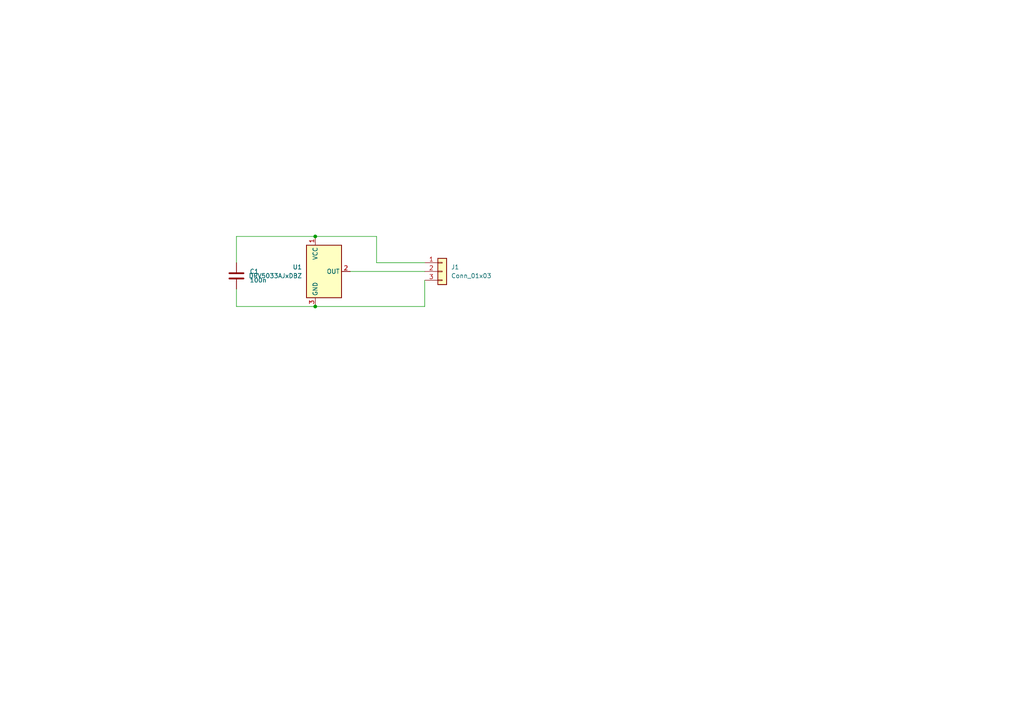
<source format=kicad_sch>
(kicad_sch (version 20230121) (generator eeschema)
  (paper "A4")
  (lib_symbols
    (symbol "Connector_Generic:Conn_01x03" (pin_names (offset 1.016) hide)
      (property "Reference" "J" (at 0 5.08 0))
      (property "Value" "Conn_01x03" (at 0 -5.08 0))
      (symbol "Conn_01x03_1_1"
        (rectangle (start -1.27 -2.413) (end 0 -2.667) (stroke (width 0.1524)))
        (rectangle (start -1.27 0.127) (end 0 -0.127) (stroke (width 0.1524)))
        (rectangle (start -1.27 2.667) (end 0 2.413) (stroke (width 0.1524)))
        (rectangle (start -1.27 3.81) (end 1.27 -3.81) (stroke (width 0.254)) (fill (type background)))
        (pin passive line (at -5.08 2.54 0) (length 3.81) (name "Pin_1") (number "1"))
        (pin passive line (at -5.08 0 0) (length 3.81) (name "Pin_2") (number "2"))
        (pin passive line (at -5.08 -2.54 0) (length 3.81) (name "Pin_3") (number "3"))
      )
    )
    (symbol "Device:C" (pin_numbers hide) (pin_names (offset 0.254))
      (property "Reference" "C" (at 0.635 2.54 0))
      (property "Value" "C" (at 0.635 -2.54 0))
      (symbol "C_0_1"
        (polyline (pts (xy -2.032 -0.762) (xy 2.032 -0.762)) (stroke (width 0.508)))
        (polyline (pts (xy -2.032 0.762) (xy 2.032 0.762)) (stroke (width 0.508)))
      )
      (symbol "C_1_1"
        (pin passive line (at 0 3.81 270) (length 2.794) (name "~") (number "1"))
        (pin passive line (at 0 -3.81 90) (length 2.794) (name "~") (number "2"))
      )
    )
    (symbol "Sensor_Magnetic:DRV5033AJxDBZ"
      (property "Reference" "U" (at 2.54 12.7 0))
      (property "Value" "DRV5033AJxDBZ" (at 2.54 10.16 0))
      (symbol "DRV5033AJxDBZ_1_1"
        (rectangle (start -5.08 7.62) (end 5.08 -7.62) (stroke (width 0.254)) (fill (type background)))
        (pin power_in line (at -2.54 10.16 270) (length 2.54) (name "VCC") (number "1"))
        (pin output line (at 7.62 0 180) (length 2.54) (name "OUT") (number "2"))
        (pin power_in line (at -2.54 -10.16 90) (length 2.54) (name "GND") (number "3"))
      )
    )
  )
  (junction (at 91.44 68.58))
  (junction (at 91.44 88.9))
  (wire (pts (xy 123.19 81.28) (xy 123.19 88.9)))
  (wire (pts (xy 68.58 76.2) (xy 68.58 68.58)))
  (wire (pts (xy 123.19 76.2) (xy 109.22 76.2)))
  (wire (pts (xy 101.6 78.74) (xy 123.19 78.74)))
  (wire (pts (xy 109.22 76.2) (xy 109.22 68.58)))
  (wire (pts (xy 123.19 88.9) (xy 91.44 88.9)))
  (wire (pts (xy 91.44 88.9) (xy 68.58 88.9)))
  (wire (pts (xy 68.58 88.9) (xy 68.58 83.82)))
  (wire (pts (xy 109.22 68.58) (xy 91.44 68.58)))
  (wire (pts (xy 68.58 68.58) (xy 91.44 68.58)))
  (symbol (lib_id "Connector_Generic:Conn_01x03") (at 128.27 78.74 0) (unit 1)
    (property "Reference" "J1" (at 130.81 77.47 0) (effects (justify left)))
    (property "Value" "Conn_01x03" (at 130.81 80.01 0) (effects (justify left)))
    (property "Footprint" "Connector_PinHeader_2.00mm:PinHeader_1x03_P2.00mm_Vertical" (effects hide))
  )
  (symbol (lib_id "Device:C") (at 68.58 80.01 0) (unit 1)
    (property "Reference" "C1" (at 72.39 78.74 0) (effects (justify left)))
    (property "Value" "100n" (at 72.39 81.28 0) (effects (justify left)))
    (property "Footprint" "Capacitor_SMD:C_0603_1608Metric" (effects hide))
  )
  (symbol (lib_id "Sensor_Magnetic:DRV5033AJxDBZ") (at 93.98 78.74 0) (unit 1)
    (property "Reference" "U1" (at 87.63 77.47 0) (effects (justify right)))
    (property "Value" "DRV5033AJxDBZ" (at 87.63 80.01 0) (effects (justify right)))
    (property "Footprint" "Package_TO_SOT_SMD:SOT-23" (effects hide))
    (property "Datasheet" "https://www.ti.com/lit/ds/symlink/drv5033.pdf" (effects hide))
  )
)
</source>
